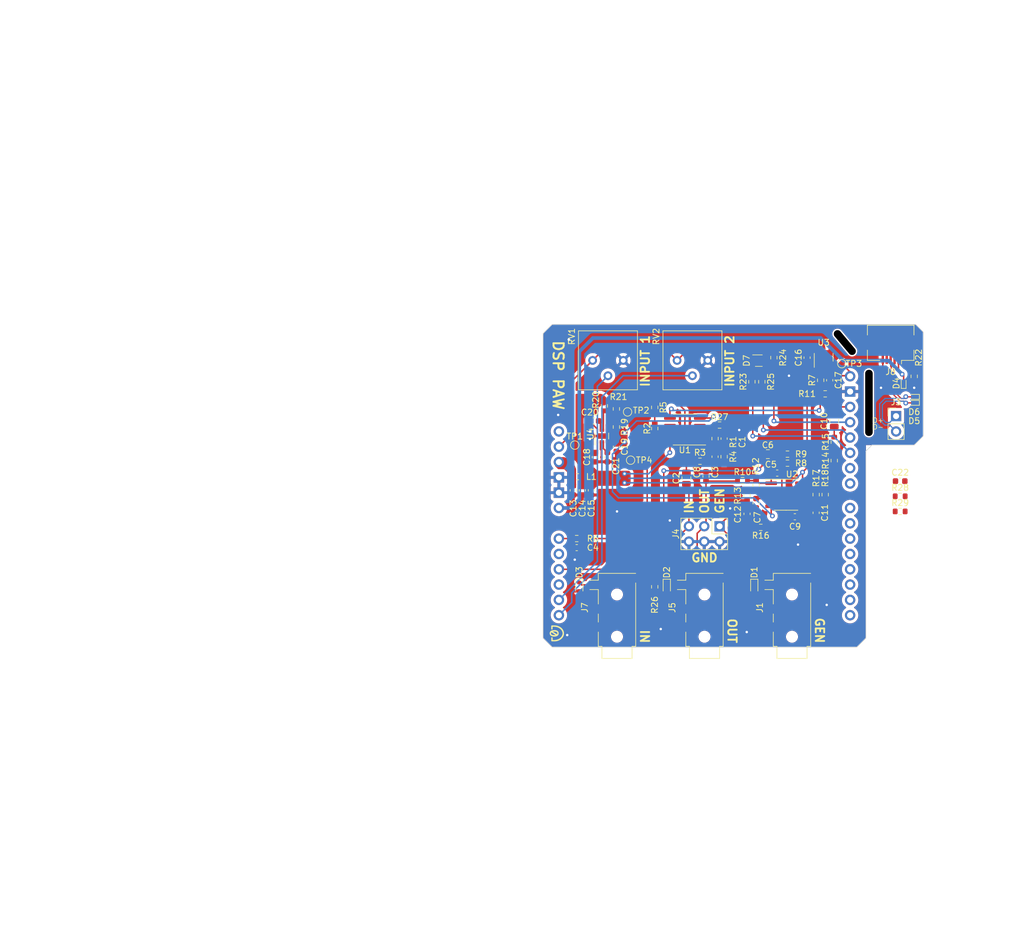
<source format=kicad_pcb>
(kicad_pcb (version 20221018) (generator pcbnew)
  (title_block (title "DSP PAW add-on board") (date "2023-08-19") (company "bitgloo") (comment 1 "Released under the CERN Open Hardware Licence Version 2 - Strongly Reciprocal"))
  (layers (0 "F.Cu" signal) (31 "B.Cu" signal) (34 "B.Paste" user) (35 "F.Paste" user) (36 "B.SilkS" user "B.Silkscreen") (37 "F.SilkS" user "F.Silkscreen") (38 "B.Mask" user) (39 "F.Mask" user) (44 "Edge.Cuts" user))
  (net 0 "")
  (net 1 "Net-(U1A--)")
  (net 2 "Net-(C1-Pad2)")
  (net 3 "SIGNAL_IN")
  (net 4 "Net-(C2-Pad2)")
  (net 5 "Net-(C3-Pad1)")
  (net 6 "GND")
  (net 7 "SIGNAL_IN_MCU")
  (net 8 "Net-(C5-Pad1)")
  (net 9 "SIGNAL_OUT_MCU")
  (net 10 "VBUS")
  (net 11 "+5V")
  (net 12 "-5V")
  (net 13 "Net-(C6-Pad1)")
  (net 14 "Net-(C9-Pad1)")
  (net 15 "Net-(C10-Pad1)")
  (net 16 "VDDA")
  (net 17 "Net-(U2A-+)")
  (net 18 "Net-(U4-C+)")
  (net 19 "SIGNAL_OUT")
  (net 20 "Net-(U4-C-)")
  (net 21 "Net-(U2B-+)")
  (net 22 "GENERATOR_MCU")
  (net 23 "GENERATOR")
  (net 24 "USB_D_P")
  (net 25 "USB_D_N")
  (net 26 "Net-(U4-CPOUT)")
  (net 27 "VCC")
  (net 28 "Net-(D7-RK)")
  (net 29 "Net-(D7-GK)")
  (net 30 "LED_B")
  (net 31 "LED_G")
  (net 32 "LED_R")
  (net 33 "PC1{slash}POT2")
  (net 34 "PC0{slash}POT1")
  (net 36 "Net-(J8-Shield)")
  (net 37 "Net-(U1B--)")
  (net 39 "Net-(U2A--)")
  (net 40 "VDDA{slash}2")
  (net 41 "Net-(D7-BK)")
  (net 42 "Net-(C5-Pad2)")
  (net 43 "Net-(C9-Pad2)")
  (net 44 "Net-(U4-VFB)")
  (net 45 "Net-(U2B--)")
  (net 46 "Net-(U4-EN)")
  (net 60 "Net-(J7-PadS)")
  (net 61 "Net-(C22-Pad2)")
  (net 62 "Net-(U1A-+)")
  (footprint "Package_TO_SOT_SMD:SOT-23" (layer "F.Cu") (at 166.5 76.9375 90)
    (fp_text reference "U3")
    (fp_text value "MAX6106")
  )
  (footprint "Resistor_SMD:R_0603_1608Metric" (layer "F.Cu") (at 138.5 115 90)
    (fp_text reference "R26")
    (fp_text value "0")
  )
  (footprint "Resistor_SMD:R_0603_1608Metric" (layer "F.Cu") (at 168.25 94.075 90)
    (fp_text reference "R14")
    (fp_text value "22.1k/0.1%")
  )
  (footprint "Resistor_SMD:R_0603_1608Metric" (layer "F.Cu") (at 132.15 85.5 90)
    (fp_text reference "R21")
    (fp_text value "56k/1%")
  )
  (footprint "Resistor_SMD:R_0603_1608Metric" (layer "F.Cu") (at 146 94.175)
    (fp_text reference "R3")
    (fp_text value "9.09k/0.1%")
  )
  (footprint "Capacitor_SMD:C_0603_1608Metric" (layer "F.Cu") (at 132.15 91.775 -90)
    (fp_text reference "C19")
    (fp_text value "2.2u")
  )
  (footprint "Resistor_SMD:R_0603_1608Metric" (layer "F.Cu") (at 160.5 94.5)
    (fp_text reference "R8")
    (fp_text value "22.1k/0.1%")
  )
  (footprint "Potentiometer_THT:Potentiometer_Bourns_3386P_Vertical" (layer "F.Cu") (at 128.21 77.46 -90)
    (fp_text reference "RV1")
    (fp_text value "10K")
  )
  (footprint "Capacitor_SMD:C_0603_1608Metric" (layer "F.Cu") (at 165.25 102.725 -90)
    (fp_text reference "C11")
    (fp_text value "100p")
  )
  (footprint "Package_SO:SOIC-8_3.9x4.9mm_P1.27mm" (layer "F.Cu") (at 143.5 88.925 180)
    (fp_text reference "U1")
    (fp_text value "TLV9162")
  )
  (footprint "Capacitor_SMD:C_0603_1608Metric" (layer "F.Cu") (at 155.3 101.14 -90)
    (fp_text reference "C7")
    (fp_text value "100p")
  )
  (footprint "Resistor_SMD:R_0603_1608Metric" (layer "F.Cu") (at 153.05 97.39)
    (fp_text reference "R10")
    (fp_text value "0")
  )
  (footprint "Capacitor_SMD:C_0603_1608Metric" (layer "F.Cu") (at 150 90.425 -90)
    (fp_text reference "C1")
    (fp_text value "100p")
  )
  (footprint "Diode_SMD:D_SOD-523" (layer "F.Cu") (at 126 115 -90)
    (fp_text reference "D3")
    (fp_text value "ESD5Z2.5T1G")
  )
  (footprint "Capacitor_SMD:C_0603_1608Metric" (layer "F.Cu") (at 153.8 102.9 -90)
    (fp_text reference "C12")
    (fp_text value "DNP")
  )
  (footprint "Resistor_SMD:R_0603_1608Metric" (layer "F.Cu") (at 155.3 98.14 -90)
    (fp_text reference "R12")
    (fp_text value "2.49k/0.1%")
  )
  (footprint "Diode_SMD:D_SOD-523" (layer "F.Cu") (at 140.5 115 -90)
    (fp_text reference "D2")
    (fp_text value "ESD5Z2.5T1G")
  )
  (footprint "TestPoint:TestPoint_Pad_D1.0mm" (layer "F.Cu") (at 134.5 94)
    (fp_text reference "TP4")
    (fp_text value "TestPoint")
  )
  (footprint "Connector_PinHeader_2.54mm:PinHeader_2x03_P2.54mm_Vertical" (layer "F.Cu") (at 149.25 104.96 -90)
    (fp_text reference "J4")
    (fp_text value "Conn_02x03_Odd_Even")
  )
  (footprint "Resistor_SMD:R_0603_1608Metric" (layer "F.Cu") (at 165.25 99.715 -90)
    (fp_text reference "R17")
    (fp_text value "2.49k/0.1%")
  )
  (footprint "Capacitor_SMD:C_0603_1608Metric" (layer "F.Cu") (at 130.65 93.5 -90)
    (fp_text reference "C21")
    (fp_text value "4.7u")
  )
  (footprint "Connector_USB:USB_Micro-B_Amphenol_10104110_Horizontal" (layer "F.Cu") (at 177.6 75.8 180)
    (fp_text reference "J8")
    (fp_text value "USB_B_Micro")
  )
  (footprint "Capacitor_SMD:C_0603_1608Metric" (layer "F.Cu") (at 125 99 -90)
    (fp_text reference "C13")
    (fp_text value "10n")
  )
  (footprint "Capacitor_SMD:C_0603_1608Metric" (layer "F.Cu") (at 147 96.7 -90)
    (fp_text reference "C8")
    (fp_text value "DNP")
  )
  (footprint "Resistor_SMD:R_0603_1608Metric" (layer "F.Cu") (at 166.75 83 180)
    (fp_text reference "R11")
    (fp_text value "10k/0.1%")
  )
  (footprint "Capacitor_SMD:C_0603_1608Metric" (layer "F.Cu") (at 128.425 87.5)
    (fp_text reference "C20")
    (fp_text value "1u")
  )
  (footprint "TestPoint:TestPoint_Pad_D1.0mm" (layer "F.Cu") (at 125.25 91.5)
    (fp_text reference "TP1")
    (fp_text value "TestPoint")
  )
  (footprint "Capacitor_SMD:C_0603_1608Metric" (layer "F.Cu") (at 163.75 77 90)
    (fp_text reference "C16")
    (fp_text value "4.7u")
  )
  (footprint "Capacitor_SMD:C_0805_2012Metric" (layer "F.Cu") (at 143.75 97 90)
    (fp_text reference "C2")
    (fp_text value "10u")
  )
  (footprint "Resistor_SMD:R_0603_1608Metric" (layer "F.Cu") (at 154.605 81 90)
    (fp_text reference "R23")
    (fp_text value "560")
  )
  (footprint "Inductor_SMD:L_0603_1608Metric" (layer "F.Cu") (at 125.75 96.75)
    (fp_text reference "L1")
    (fp_text value "33@100MHz")
  )
  (footprint "Potentiometer_THT:Potentiometer_Bourns_3386P_Vertical" (layer "F.Cu") (at 142.21 77.46 -90)
    (fp_text reference "RV2")
    (fp_text value "10K")
  )
  (footprint "Resistor_SMD:R_0603_1608Metric" (layer "F.Cu") (at 156.075 105.14)
    (fp_text reference "R16")
    (fp_text value "0")
  )
  (footprint "Resistor_SMD:R_0603_1608Metric" (layer "F.Cu") (at 160.5 93 180)
    (fp_text reference "R9")
    (fp_text value "6.81k/0.1%")
  )
  (footprint "Resistor_SMD:R_0603_1608Metric" (layer "F.Cu") (at 150 93.425 90)
    (fp_text reference "R4")
    (fp_text value "6.34k/0.1%")
  )
  (footprint "Package_SO:SOIC-8_3.9x4.9mm_P1.27mm" (layer "F.Cu") (at 160.275 99.735)
    (fp_text reference "U2")
    (fp_text value "OPA1678")
  )
  (footprint "Package_SON:WSON-8-1EP_2x2mm_P0.5mm_EP0.9x1.6mm" (layer "F.Cu") (at 129.75 90 90)
    (fp_text reference "U4")
    (fp_text value "LM27761")
  )
  (footprint "MountingHole:MountingHole_2.1mm" (layer "F.Cu") (at 170 74.5 40)
    (fp_text reference "REF**" hide)
    (fp_text value "MountingHole_2.1mm")
  )
  (footprint "Resistor_SMD:R_0603_1608Metric" (layer "F.Cu") (at 130.15 85 -90)
    (fp_text reference "R20")
    (fp_text value "0")
  )
  (footprint "Capacitor_SMD:C_0603_1608Metric" (layer "F.Cu") (at 125.575 108.5)
    (fp_text reference "C4")
    (fp_text value "DNP")
  )
  (footprint "Capacitor_SMD:C_0603_1608Metric" (layer "F.Cu") (at 161.725 103.39)
    (fp_text reference "C9")
    (fp_text value "105p")
  )
  (footprint "Diode_SMD:D_SOD-523" (layer "F.Cu") (at 155 115 -90)
    (fp_text reference "D1")
    (fp_text value "ESD5Z2.5T1G")
  )
  (footprint "Resistor_SMD:R_0603_1608Metric" (layer "F.Cu") (at 148.5 90.425 -90)
    (fp_text reference "R1")
    (fp_text value "7.5k/0.1%")
  )
  (footprint "Capacitor_SMD:C_0603_1608Metric" (layer "F.Cu") (at 167.5 80.75 -90)
    (fp_text reference "C17")
    (fp_text value "1u")
  )
  (footprint "LED_SMD:LED_LiteOn_LTST-C19HE1WT" (layer "F.Cu") (at 155.525 77.5 90)
    (fp_text reference "D7")
    (fp_text value "LED_RAGB")
  )
  (footprint "Capacitor_SMD:C_0603_1608Metric" (layer "F.Cu") (at 128 99 -90)
    (fp_text reference "C15")
    (fp_text value "4.7u")
  )
  (footprint "Resistor_SMD:R_0603_1608Metric" (layer "F.Cu") (at 138.5 88.75 -90)
    (fp_text reference "R2")
    (fp_text value "10k/0.1%")
  )
  (footprint "Capacitor_SMD:C_0805_2012Metric" (layer "F.Cu") (at 157.25 93 180)
    (fp_text reference "C6")
    (fp_text value "10u")
  )
  (footprint "TestPoint:TestPoint_Pad_D1.0mm" (layer "F.Cu") (at 134 86)
    (fp_text reference "TP2")
    (fp_text value "TestPoint")
  )
  (footprint "Connector_PinHeader_2.54mm:PinHeader_1x02_P2.54mm_Vertical" (layer "F.Cu") (at 178.499766 86.699898)
    (fp_text reference "J3")
    (fp_text value "Conn_01x02")
  )
  (footprint "Capacitor_SMD:C_0805_2012Metric" (layer "F.Cu") (at 168.25 87.5 90)
    (fp_text reference "C10")
    (fp_text value "10u")
  )
  (footprint "Capacitor_SMD:C_0603_1608Metric" (layer "F.Cu") (at 158.8 96.14)
    (fp_text reference "C5")
    (fp_text value "105p")
  )
  (footprint "Resistor_SMD:R_0603_1608Metric" (layer "F.Cu") (at 132.15 88.5 90)
    (fp_text reference "R19")
    (fp_text value "174k/1%")
  )
  (footprint "MountingHole:MountingHole_2.1mm" (layer "F.Cu") (at 174 84.5)
    (fp_text reference "REF**" hide)
    (fp_text value "MountingHole_2.1mm")
  )
  (footprint "TestPoint:TestPoint_Pad_D1.0mm" (layer "F.Cu") (at 169.5 78)
    (fp_text reference "TP3")
    (fp_text value "TestPoint")
  )
  (footprint "Resistor_SMD:R_0603_1608Metric" (layer "F.Cu") (at 179.175 99.99)
    (fp_text reference "R28")
    (fp_text value "100k")
  )
  (footprint "Capacitor_SMD:C_0603_1608Metric" (layer "F.Cu") (at 126.5 99 -90)
    (fp_text reference "C14")
    (fp_text value "100n")
  )
  (footprint "Connector_Audio:Jack_3.5mm_PJ320D_Horizontal" (layer "F.Cu") (at 146.75 118.5 90)
    (fp_text reference "J5")
    (fp_text value "AudioJack2_Ground")
  )
  (footprint "Connector_Audio:Jack_3.5mm_PJ320D_Horizontal" (layer "F.Cu") (at 132.25 118.5 90)
    (fp_text reference "J7")
    (fp_text value "AudioJack2_Ground")
  )
  (footprint "Resistor_SMD:R_0603_1608Metric" (layer "F.Cu") (at 166.75 99.715 90)
    (fp_text reference "R18")
    (fp_text value "2.49k/0.1%")
  )
  (footprint "Resistor_SMD:R_0603_1608Metric" (layer "F.Cu") (at 149.25 88.175 180)
    (fp_text reference "R27")
    (fp_text value "0")
  )
  (footprint "PCM_arduino-library:Arduino_Uno_R2_Shield" (layer "F.Cu") (at 120.08 56.21 -90)
    (fp_text reference "A2" hide)
    (fp_text value "Arduino_Uno_R1_Shield")
  )
  (footprint "Connector_Audio:Jack_3.5mm_PJ320D_Horizontal" (layer "F.Cu") (at 161.25 118.5 90)
    (fp_text reference "J1")
    (fp_text value "AudioJack2_Ground")
  )
  (footprint "Resistor_SMD:R_0603_1608Metric" (layer "F.Cu") (at 153.8 99.89 -90)
    (fp_text reference "R13")
    (fp_text value "2.49k/0.1%")
  )
  (footprint "Capacitor_SMD:C_0603_1608Metric" (layer "F.Cu") (at 179.175 97.48)
    (fp_text reference "C22")
    (fp_text value "100p")
  )
  (footprint "Resistor_SMD:R_0603_1608Metric" (layer "F.Cu") (at 125.575 107 180)
    (fp_text reference "R6")
    (fp_text value "0")
  )
  (footprint "Capacitor_SMD:C_0603_1608Metric" (layer "F.Cu") (at 148.5 93.425 90)
    (fp_text reference "C3")
    (fp_text value "274p")
  )
  (footprint "Resistor_SMD:R_0603_1608Metric" (layer "F.Cu") (at 158.25 77 90)
    (fp_text reference "R24")
    (fp_text value "240")
  )
  (footprint "Resistor_SMD:R_0603_1608Metric" (layer "F.Cu") (at 181.5 80.1 -90)
    (fp_text reference "R22")
    (fp_text value "0")
  )
  (footprint "Diode_SMD:D_SOD-923" (layer "F.Cu") (at 181.5 83.5 180)
    (fp_text reference "D6")
    (fp_text value "DF2B7AFS,L3M")
  )
  (footprint "Resistor_SMD:R_0603_1608Metric" (layer "F.Cu") (at 156.25 81 90)
    (fp_text reference "R25")
    (fp_text value "240")
  )
  (footprint "Resistor_SMD:R_0603_1608Metric" (layer "F.Cu") (at 138.5 85.25 -90)
    (fp_text reference "R5")
    (fp_text value "10k/0.1%")
  )
  (footprint "Diode_SMD:D_SOD-923" (layer "F.Cu") (at 181.5 84.5 180)
    (fp_text reference "D5")
    (fp_text value "DF2B7AFS,L3M")
  )
  (footprint "Resistor_SMD:R_0603_1608Metric" (layer "F.Cu") (at 168.25 91 90)
    (fp_text reference "R15")
    (fp_text value "6.81k/0.1%")
  )
  (footprint "Resistor_SMD:R_0603_1608Metric" (layer "F.Cu") (at 179.175 102.5)
    (fp_text reference "R29")
    (fp_text value "100k")
  )
  (footprint "Capacitor_SMD:C_0603_1608Metric" (layer "F.Cu") (at 128.65 93.5 -90)
    (fp_text reference "C18")
    (fp_text value "4.7u")
  )
  (footprint "Resistor_SMD:R_0603_1608Metric" (layer "F.Cu") (at 166 80.75 90)
    (fp_text reference "R7")
    (fp_text value "30k/0.1%")
  )
  (footprint "Diode_SMD:D_SOD-923" (layer "F.Cu") (at 179.75 81.25 90)
    (fp_text reference "D4")
    (fp_text value "DF2B7AFS,L3M")
  )
  (gr_poly (pts (xy 122.58834 122.690598) (xy 122.586661 122.729499) (xy 122.584795 122.762173) (xy 122.583638 122.777289) (xy 122.582318 122.791655) (xy 122.580824 122.805318) (xy 122.579145 122.818325) (xy 122.577273 122.830725) (xy 122.575196 122.842565) (xy 122.572904 122.853892) (xy 122.570387 122.864754) (xy 122.567634 122.875199) (xy 122.564635 122.885273) (xy 122.561379 122.895025) (xy 122.557857 122.904502) (xy 122.554059 122.913752) (xy 122.549972 122.922822) (xy 122.530921 122.959319) (xy 122.509215 122.993672) (xy 122.484848 123.025888) (xy 122.457809 123.055973) (xy 122.428092 123.083933) (xy 122.395687 123.109775) (xy 122.360587 123.133504) (xy 122.322783 123.155126) (xy 122.282268 123.174648) (xy 122.239032 123.192077) (xy 122.193067 123.207417) (xy 122.144366 123.220676) (xy 122.09292 123.23186) (xy 122.03872 123.240975) (xy 121.981759 123.248027) (xy 121.922028 123.253022) (xy 121.894415 123.254237) (xy 121.864839 123.254742) (xy 121.833816 123.254584) (xy 121.801863 123.253816) (xy 121.769496 123.252484) (xy 121.737233 123.250641) (xy 121.70559 123.248334) (xy 121.675083 123.245613) (xy 121.646231 123.242529) (xy 121.619549 123.239131) (xy 121.595553 123.235468) (xy 121.574762 123.231591) (xy 121.557692 123.227547) (xy 121.544859 123.223388) (xy 121.540193 123.221281) (xy 121.53678 123.219163) (xy 121.534685 123.217041) (xy 121.533972 123.214922) (xy 121.533903 123.21438) (xy 121.533696 123.213816) (xy 121.532886 123.212623) (xy 121.531572 123.211356) (xy 121.529783 123.210027) (xy 121.527547 123.208648) (xy 121.524894 123.207232) (xy 121.521852 123.205792) (xy 121.51845 123.204339) (xy 121.514718 123.202885) (xy 121.510684 123.201445) (xy 121.506376 123.200029) (xy 121.501825 123.19865) (xy 121.49706 123.197321) (xy 121.492108 123.196054) (xy 121.486998 123.194861) (xy 121.481761 123.193755) (xy 121.467889 123.190872) (xy 121.453335 123.187025) (xy 121.43821 123.182277) (xy 121.422627 123.17669) (xy 121.406696 123.170325) (xy 121.39053 123.163245) (xy 121.374239 123.155513) (xy 121.357936 123.147188) (xy 121.341733 123.138335) (xy 121.32574 123.129015) (xy 121.31007 123.119289) (xy 121.294833 123.109221) (xy 121.280143 123.098871) (xy 121.266109 123.088302) (xy 121.252845 123.077576) (xy 121.240461 123.066755) (xy 121.222887 123.049861) (xy 121.206414 123.032027) (xy 121.191042 123.013315) (xy 121.176774 122.993785) (xy 121.163609 122.973499) (xy 121.151549 122.952517) (xy 121.140595 122.930901) (xy 121.130747 122.908711) (xy 121.122008 122.886008) (xy 121.114378 122.862854) (xy 121.107857 122.839309) (xy 121.102448 122.815434) (xy 121.098151 122.791291) (xy 121.094967 122.76694) (xy 121.092897 122.742442) (xy 121.091942 122.717858) (xy 121.092103 122.693249) (xy 121.093382 122.668677) (xy 121.095779 122.644202) (xy 121.099295 122.619885) (xy 121.103932 122.595787) (xy 121.10969 122.571969) (xy 121.11657 122.548492) (xy 121.124574 122.525418) (xy 121.133702 122.502806) (xy 121.143956 122.480718) (xy 121.155336 122.459215) (xy 121.167844 122.438359) (xy 121.181481 122.418209) (xy 121.196247 122.398827) (xy 121.212144 122.380274) (xy 121.229172 122.362611) (xy 121.252806 122.34114) (xy 121.277748 122.321154) (xy 121.304117 122.302614) (xy 121.332029 122.285485) (xy 121.361604 122.269727) (xy 121.371695 122.265086) (xy 121.371695 122.5517) (xy 121.347706 122.581333) (xy 121.344878 122.585069) (xy 121.342216 122.589376) (xy 121.337393 122.599578) (xy 121.333238 122.611681) (xy 121.329758 122.62543) (xy 121.326956 122.640568) (xy 121.324836 122.656838) (xy 121.323402 122.673985) (xy 121.322658 122.691752) (xy 121.32261 122.709883) (xy 121.323259 122.728122) (xy 121.324612 122.746211) (xy 121.326671 122.763895) (xy 121.329442 122.780918) (xy 121.332928 122.797024) (xy 121.337133 122.811955) (xy 121.342061 122.825455) (xy 121.344387 122.830359) (xy 121.34711 122.835512) (xy 121.350197 122.840868) (xy 121.353615 122.846379) (xy 121.35733 122.851998) (xy 121.36131 122.857676) (xy 121.365521 122.863367) (xy 121.369931 122.869023) (xy 121.374506 122.874596) (xy 121.379213 122.880039) (xy 121.38402 122.885304) (xy 121.388893 122.890344) (xy 121.393798 122.895111) (xy 121.398704 122.899558) (xy 121.403577 122.903636) (xy 121.408384 122.907299) (xy 121.425024 122.919182) (xy 121.44176 122.929993) (xy 121.458818 122.939788) (xy 121.476425 122.948619) (xy 121.494811 122.95654) (xy 121.5142 122.963606) (xy 121.534822 122.96987) (xy 121.556903 122.975386) (xy 121.580671 122.980207) (xy 121.606352 122.984387) (xy 121.634176 122.98798) (xy 121.664368 122.99104) (xy 121.732768 122.995775) (xy 121.813372 122.999022) (xy 121.858966 123.000342) (xy 121.901104 123.001116) (xy 121.939107 123.001329) (xy 121.972299 123.000962) (xy 122 123) (xy 122.01158 122.999291) (xy 122.021533 122.998427) (xy 122.029775 122.997405) (xy 122.03622 122.996224) (xy 122.040785 122.994883) (xy 122.042335 122.994151) (xy 122.043384 122.993377) (xy 122.043786 122.992357) (xy 122.043412 122.990888) (xy 122.040368 122.986625) (xy 122.034324 122.980634) (xy 122.025348 122.97296) (xy 121.998884 122.952747) (xy 121.961539 122.92635) (xy 121.913876 122.894131) (xy 121.856455 122.856455) (xy 121.714595 122.766188) (xy 121.371695 122.5517) (xy 121.371695 122.265086) (xy 121.392958 122.255306) (xy 121.426209 122.242182) (xy 121.461477 122.230319) (xy 121.498877 122.21968) (xy 121.538528 122.210227) (xy 121.580548 122.201924) (xy 121.625055 122.194733) (xy 121.672166 122.188616) (xy 121.722 122.183537) (xy 121.774674 122.179459) (xy 121.830306 122.176344) (xy 121.844899 122.17568) (xy 121.844899 122.415695) (xy 121.781799 122.416762) (xy 121.724056 122.419615) (xy 121.69875 122.421664) (xy 121.676649 122.424104) (xy 121.658376 122.426916) (xy 121.644554 122.430082) (xy 121.639507 122.431792) (xy 121.635805 122.433583) (xy 121.633527 122.435453) (xy 121.63275 122.4374) (xy 121.64014 122.44403) (xy 121.661041 122.458891) (xy 121.735783 122.508528) (xy 121.963832 122.654005) (xy 122.195321 122.797365) (xy 122.274362 122.844356) (xy 122.298058 122.857498) (xy 122.308673 122.862144) (xy 122.309478 122.862111) (xy 122.310307 122.862014) (xy 122.311157 122.861853) (xy 122.312027 122.861631) (xy 122.313816 122.861009) (xy 122.315662 122.86016) (xy 122.317549 122.859095) (xy 122.319462 122.857828) (xy 122.321389 122.856371) (xy 122.323313 122.854736) (xy 122.32522 122.852935) (xy 122.327097 122.850982) (xy 122.328928 122.848888) (xy 122.330699 122.846666) (xy 122.332396 122.844328) (xy 122.334004 122.841887) (xy 122.335508 122.839355) (xy 122.336895 122.836744) (xy 122.341424 122.827001) (xy 122.34548 122.815886) (xy 122.349052 122.80358) (xy 122.35213 122.790266) (xy 122.354704 122.776124) (xy 122.356763 122.761338) (xy 122.358297 122.746088) (xy 122.359296 122.730558) (xy 122.359749 122.714928) (xy 122.359646 122.699381) (xy 122.358977 122.684099) (xy 122.357731 122.669263) (xy 122.355897 122.655055) (xy 122.353467 122.641658) (xy 122.350429 122.629253) (xy 122.346772 122.618022) (xy 122.338491 122.59779) (xy 122.328938 122.578866) (xy 122.318033 122.561204) (xy 122.305696 122.544754) (xy 122.291845 122.529471) (xy 122.276401 122.515306) (xy 122.259283 122.502211) (xy 122.24041 122.49014) (xy 122.219701 122.479044) (xy 122.197076 122.468877) (xy 122.172454 122.45959) (xy 122.145755 122.451136) (xy 122.116898 122.443467) (xy 122.085802 122.436537) (xy 122.052387 122.430297) (xy 122.016572 122.4247) (xy 121.993426 122.421819) (xy 121.967263 122.419515) (xy 121.938707 122.41777) (xy 121.90838 122.416564) (xy 121.844899 122.415695) (xy 121.844899 122.17568) (xy 121.887921 122.173723) (xy 121.935367 122.172309) (xy 121.956026 122.172101) (xy 121.975041 122.172251) (xy 121.992713 122.172777) (xy 122.00934 122.173698) (xy 122.025224 122.175032) (xy 122.040663 122.176799) (xy 122.055958 122.179016) (xy 122.071407 122.181702) (xy 122.087312 122.184876) (xy 122.10397 122.188556) (xy 122.14075 122.197511) (xy 122.182291 122.208984) (xy 122.221261 122.221229) (xy 122.257766 122.234327) (xy 122.291915 122.248355) (xy 122.323816 122.263391) (xy 122.353574 122.279515) (xy 122.381299 122.296805) (xy 122.394432 122.305911) (xy 122.407097 122.315338) (xy 122.419308 122.325097) (xy 122.431077 122.335195) (xy 122.442418 122.345644) (xy 122.453344 122.356454) (xy 122.46387 122.367633) (xy 122.474008 122.379192) (xy 122.483772 122.391141) (xy 122.493175 122.403489) (xy 122.510953 122.429423) (xy 122.52745 122.457072) (xy 122.542772 122.486516) (xy 122.557028 122.517833) (xy 122.567851 122.543307) (xy 122.572298 122.55482) (xy 122.576144 122.565789) (xy 122.579419 122.576419) (xy 122.582155 122.586914) (xy 122.584382 122.59748) (xy 122.586132 122.60832) (xy 122.587435 122.619641) (xy 122.588323 122.631645) (xy 122.588826 122.644538) (xy 122.588976 122.658525)) (fill solid) (layer "F.SilkS"))
  (gr_poly (pts (xy 123.464232 122.781584) (xy 123.460911 122.843403) (xy 123.458393 122.872475) (xy 123.455308 122.899864) (xy 123.451656 122.925227) (xy 123.447439 122.948222) (xy 123.425645 123.03358) (xy 123.397444 123.117004) (xy 123.363041 123.198278) (xy 123.322644 123.277187) (xy 123.276459 123.353517) (xy 123.224693 123.427051) (xy 123.167553 123.497577) (xy 123.105245 123.564877) (xy 123.037976 123.628738) (xy 122.965953 123.688945) (xy 122.889382 123.745282) (xy 122.80847 123.797534) (xy 122.723425 123.845487) (xy 122.634452 123.888926) (xy 122.541758 123.927635) (xy 122.44555 123.9614) (xy 122.365883 123.985466) (xy 122.288961 124.004968) (xy 122.250609 124.013111) (xy 122.21184 124.020236) (xy 122.172286 124.026387) (xy 122.131578 124.031602) (xy 122.089349 124.035925) (xy 122.04523 124.039397) (xy 121.949853 124.04395) (xy 121.842504 124.045592) (xy 121.720239 124.044655) (xy 121.418261 124.040422) (xy 121.384394 123.998089) (xy 121.373621 123.983718) (xy 121.369217 123.976651) (xy 121.365411 123.969117) (xy 121.362158 123.960706) (xy 121.359416 123.951009) (xy 121.357141 123.939618) (xy 121.35529 123.926122) (xy 121.35382 123.910112) (xy 121.352686 123.89118) (xy 121.351255 123.84291) (xy 121.350652 123.778038) (xy 121.350528 123.693289) (xy 121.350597 123.606985) (xy 121.35076 123.571876) (xy 121.351079 123.54155) (xy 121.351604 123.515573) (xy 121.351961 123.50408) (xy 121.352388 123.493512) (xy 121.352893 123.483813) (xy 121.353482 123.474931) (xy 121.354161 123.46681) (xy 121.354938 123.459397) (xy 121.355817 123.452637) (xy 121.356807 123.446476) (xy 121.357912 123.440859) (xy 121.359141 123.435733) (xy 121.360498 123.431043) (xy 121.361991 123.426735) (xy 121.363627 123.422755) (xy 121.365411 123.419048) (xy 121.36735 123.41556) (xy 121.36945 123.412237) (xy 121.371718 123.409024) (xy 121.374161 123.405868) (xy 121.376785 123.402714) (xy 121.379596 123.399508) (xy 121.385806 123.392722) (xy 121.390769 123.38762) (xy 121.395863 123.382897) (xy 121.401076 123.378553) (xy 121.406399 123.374584) (xy 121.411821 123.370991) (xy 121.417333 123.367771) (xy 121.422922 123.364925) (xy 121.42858 123.362449) (xy 121.434296 123.360344) (xy 121.440059 123.358607) (xy 121.44586 123.357237) (xy 121.451687 123.356234) (xy 121.457531 123.355596) (xy 121.463381 123.355321) (xy 121.469227 123.355408) (xy 121.475059 123.355857) (xy 121.480865 123.356665) (xy 121.486637 123.357831) (xy 121.492363 123.359354) (xy 121.498033 123.361234) (xy 121.503637 123.363467) (xy 121.509165 123.366054) (xy 121.514606 123.368993) (xy 121.51995 123.372283) (xy 121.525186 123.375922) (xy 121.530304 123.379909) (xy 121.535294 123.384242) (xy 121.540146 123.388921) (xy 121.544849 123.393945) (xy 121.549393 123.399311) (xy 121.553767 123.405018) (xy 121.557961 123.411066) (xy 121.567864 123.426663) (xy 121.571961 123.434212) (xy 121.575534 123.441912) (xy 121.57862 123.450001) (xy 121.581253 123.458716) (xy 121.583468 123.468295) (xy 121.585302 123.478976) (xy 121.586787 123.490996) (xy 121.587961 123.504594) (xy 121.589513 123.537471) (xy 121.590238 123.579509) (xy 121.590417 123.632611) (xy 121.590417 123.804766) (xy 121.699072 123.816055) (xy 121.755662 123.819923) (xy 121.814577 123.821005) (xy 121.875431 123.819391) (xy 121.937837 123.815173) (xy 122.001409 123.808442) (xy 122.06576 123.799287) (xy 122.130504 123.787801) (xy 122.195254 123.774075) (xy 122.259624 123.758198) (xy 122.323227 123.740263) (xy 122.385677 123.72036) (xy 122.446586 123.69858) (xy 122.50557 123.675015) (xy 122.56224 123.649754) (xy 122.61621 123.622889) (xy 122.667095 123.594511) (xy 122.721288 123.560562) (xy 122.773223 123.524402) (xy 122.822821 123.486133) (xy 122.870008 123.445859) (xy 122.914706 123.403684) (xy 122.956838 123.35971) (xy 122.996329 123.314041) (xy 123.033101 123.26678) (xy 123.067079 123.218031) (xy 123.098186 123.167898) (xy 123.126345 123.116482) (xy 123.15148 123.063889) (xy 123.173515 123.01022) (xy 123.192372 122.955581) (xy 123.207976 122.900072) (xy 123.22025 122.8438) (xy 123.227195 122.804672) (xy 123.229924 122.787893) (xy 123.232156 122.772605) (xy 123.233893 122.758532) (xy 123.235133 122.745399) (xy 123.235877 122.732933) (xy 123.236125 122.720857) (xy 123.235877 122.708896) (xy 123.235133 122.696777) (xy 123.233893 122.684223) (xy 123.232156 122.670961) (xy 123.229924 122.656714) (xy 123.227195 122.641209) (xy 123.22025 122.605322) (xy 123.207179 122.547798) (xy 123.19175 122.492133) (xy 123.173918 122.438265) (xy 123.153641 122.386137) (xy 123.130876 122.335686) (xy 123.105578 122.286854) (xy 123.077705 122.239581) (xy 123.047213 122.193807) (xy 123.014058 122.149471) (xy 122.978198 122.106513) (xy 122.939588 122.064875) (xy 122.898186 122.024495) (xy 122.853948 121.985314) (xy 122.80683 121.947273) (xy 122.75679 121.91031) (xy 122.703784 121.874366) (xy 122.663997 121.849611) (xy 122.623482 121.826149) (xy 122.582241 121.80398) (xy 122.540271 121.783107) (xy 122.497574 121.763532) (xy 122.454149 121.745258) (xy 122.409997 121.728286) (xy 122.365117 121.712618) (xy 122.319509 121.698256) (xy 122.273174 121.685203) (xy 122.226111 121.67346) (xy 122.178321 121.66303) (xy 122.129803 121.653915) (xy 122.080558 121.646116) (xy 122.030584 121.639636) (xy 121.979884 121.634477) (xy 121.916979 121.629257) (xy 121.854471 121.625261) (xy 121.794344 121.622521) (xy 121.738583 121.621072) (xy 121.689173 121.620945) (xy 121.648096 121.622174) (xy 121.631303 121.623308) (xy 121.617338 121.624792) (xy 121.606449 121.626633) (xy 121.598884 121.628833) (xy 121.595374 121.630462) (xy 121.592241 121.632804) (xy 121.589464 121.636011) (xy 121.587021 121.640232) (xy 121.584893 121.645619) (xy 121.583058 121.652323) (xy 121.581496 121.660494) (xy 121.580186 121.670284) (xy 121.57824 121.695323) (xy 121.577055 121.728647) (xy 121.576466 121.771463) (xy 121.576306 121.824977) (xy 121.576132 121.881441) (xy 121.575869 121.905137) (xy 121.575446 121.926114) (xy 121.574833 121.944603) (xy 121.573999 121.960833) (xy 121.572913 121.975032) (xy 121.572265 121.981443) (xy 121.571543 121.987432) (xy 121.570743 121.993028) (xy 121.56986 121.99826) (xy 121.56889 122.003157) (xy 121.567831 122.007747) (xy 121.566677 122.012059) (xy 121.565426 122.016121) (xy 121.564072 122.019963) (xy 121.562613 122.023613) (xy 121.561045 122.0271) (xy 121.559363 122.030452) (xy 121.557564 122.033698) (xy 121.555643 122.036867) (xy 121.553598 122.039988) (xy 121.551423 122.043088) (xy 121.546672 122.049344) (xy 121.542987 122.05371) (xy 121.539082 122.05781) (xy 121.534972 122.061645) (xy 121.530668 122.065214) (xy 121.526183 122.068516) (xy 121.52153 122.07155) (xy 121.516721 122.074318) (xy 121.511769 122.076817) (xy 121.506688 122.079047) (xy 121.501488 122.081008) (xy 121.496184 122.082699) (xy 121.490787 122.08412) (xy 121.485311 122.08527) (xy 121.479768 122.086149) (xy 121.474171 122.086756) (xy 121.468532 122.087091) (xy 121.462864 122.087153) (xy 121.45718 122.086942) (xy 121.451492 122.086456) (xy 121.445814 122.085697) (xy 121.440157 122.084662) (xy 121.434534 122.083352) (xy 121.428959 122.081766) (xy 121.423443 122.079903) (xy 121.417999 122.077764) (xy 121.412641 122.075347) (xy 121.40738 122.072652) (xy 121.402229 122.069678) (xy 121.397202 122.066426) (xy 121.39231 122.062894) (xy 121.387566 122.059081) (xy 121.382983 122.054988) (xy 121.372271 122.044416) (xy 121.367936 122.038878) (xy 121.36422 122.032587) (xy 121.361074 122.025106) (xy 121.358452 122.015996) (xy 121.356304 122.004818) (xy 121.354585 121.991136) (xy 121.352239 121.954502) (xy 121.351035 121.902588) (xy 121.350528 121.7389) (xy 121.350528 121.452444) (xy 121.387217 121.424222) (xy 121.400248 121.414846) (xy 121.407209 121.411007) (xy 121.414998 121.407685) (xy 121.42401 121.404843) (xy 121.434643 121.402443) (xy 121.447294 121.400449) (xy 121.462358 121.398822) (xy 121.501318 121.396523) (xy 121.554698 121.39525) (xy 121.717417 121.394588) (xy 121.834955 121.395308) (xy 121.936734 121.397697) (xy 121.982701 121.399627) (xy 122.025913 121.402104) (xy 122.066764 121.405173) (xy 122.105649 121.408876) (xy 122.142963 121.413257) (xy 122.179101 121.41836) (xy 122.214458 121.424227) (xy 122.249428 121.430903) (xy 122.284406 121.43843) (xy 122.319788 121.446852) (xy 122.393339 121.466555) (xy 122.460199 121.486779) (xy 122.492313 121.497431) (xy 122.523668 121.508492) (xy 122.554354 121.519999) (xy 122.584459 121.53199) (xy 122.614072 121.544502) (xy 122.643282 121.557572) (xy 122.672178 121.571237) (xy 122.700848 121.585535) (xy 122.729382 121.600502) (xy 122.757869 121.616177) (xy 122.786397 121.632596) (xy 122.815055 121.649796) (xy 122.873117 121.686688) (xy 122.927409 121.724603) (xy 122.979631 121.76471) (xy 123.0297 121.806889) (xy 123.07753 121.851017) (xy 123.123036 121.896972) (xy 123.166135 121.944632) (xy 123.20674 121.993876) (xy 123.244768 122.044581) (xy 123.280134 122.096626) (xy 123.312752 122.149888) (xy 123.342539 122.204246) (xy 123.369409 122.259578) (xy 123.393278 122.31576) (xy 123.41406 122.372673) (xy 123.431672 122.430193) (xy 123.446028 122.4882) (xy 123.450493 122.510698) (xy 123.454365 122.535632) (xy 123.457646 122.562657) (xy 123.460337 122.591431) (xy 123.463962 122.652853) (xy 123.465254 122.717152)) (fill solid) (layer "F.SilkS"))
  (gr_line (start 181.75 71.5) (end 183 72.75) (stroke (width 0.1)) (layer "Edge.Cuts"))
  (gr_line (start 181.75 71.5) (end 121.5 71.5) (stroke (width 0.1)) (layer "Edge.Cuts"))
  (gr_line (start 173.5 92.5) (end 174.5 91.5) (stroke (width 0.1)) (layer "Edge.Cuts"))
  (gr_line (start 120 123.5) (end 121.5 125) (stroke (width 0.1)) (layer "Edge.Cuts"))
  (gr_line (start 181.5 91.5) (end 174.5 91.5) (stroke (width 0.1)) (layer "Edge.Cuts"))
  (gr_line (start 120 73) (end 120 123.5) (stroke (width 0.1)) (layer "Edge.Cuts"))
  (gr_line (start 120 73) (end 121.5 71.5) (stroke (width 0.1)) (layer "Edge.Cuts"))
  (gr_line (start 183 90) (end 183 72.75) (stroke (width 0.1)) (layer "Edge.Cuts"))
  (gr_line (start 173.5 123.5) (end 172 125) (stroke (width 0.1)) (layer "Edge.Cuts"))
  (gr_line (start 121.5 125) (end 172 125) (stroke (width 0.1)) (layer "Edge.Cuts"))
  (gr_line (start 183 90) (end 181.5 91.5) (stroke (width 0.1)) (layer "Edge.Cuts"))
  (gr_line (start 173.5 123.5) (end 173.5 92.5) (stroke (width 0.1)) (layer "Edge.Cuts"))
  (gr_text "OUT" (at 146.75 103 90) (layer "F.SilkS") (effects (font (size 1.4 1.4) (thickness 0.3) bold) (justify left)))
  (gr_text "OUT" (at 150.5 124.5 270) (layer "F.SilkS") (effects (font (size 1.4 1.4) (thickness 0.3) bold) (justify right bottom)))
  (gr_text "IN" (at 136 124.5 270) (layer "F.SilkS") (effects (font (size 1.4 1.4) (thickness 0.3) bold) (justify right bottom)))
  (gr_text "INPUT 1" (at 137.75 82 90) (layer "F.SilkS") (effects (font (size 1.4 1.4) (thickness 0.3) bold) (justify left bottom)))
  (gr_text "GEN" (at 149.29 103 90) (layer "F.SilkS") (effects (font (size 1.4 1.4) (thickness 0.3) bold) (justify left)))
  (gr_text "D+" (at 176.5 87.4) (layer "F.SilkS") (effects (font (size 0.8 0.8) (thickness 0.1) bold) (justify right)))
  (gr_text "D-" (at 176.5 88.5) (layer "F.SilkS") (effects (font (size 0.8 0.8) (thickness 0.1) bold) (justify right)))
  (gr_text "INPUT 2" (at 151.75 82 90) (layer "F.SilkS") (effects (font (size 1.4 1.4) (thickness 0.3) bold) (justify left bottom)))
  (gr_text "GND" (at 146.75 111) (layer "F.SilkS") (effects (font (size 1.4 1.4) (thickness 0.3) bold) (justify bottom)))
  (gr_text "GEN" (at 165 124.5 270) (layer "F.SilkS") (effects (font (size 1.4 1.4) (thickness 0.3) bold) (justify right bottom)))
  (gr_text "DSP PAW" (at 121.5 74 270) (layer "F.SilkS") (effects (font (size 1.7 1.7) (thickness 0.32) bold) (justify left bottom)))
  (gr_text "IN" (at 144.21 103 90) (layer "F.SilkS") (effects (font (size 1.4 1.4) (thickness 0.3) bold) (justify left)))
  (segment (start 149.95 89.6) (end 150 89.65) (width 0.25) (layer "F.Cu") (net 1))
  (segment (start 151 92.25) (end 150.65 92.6) (width 0.25) (layer "F.Cu") (net 1))
  (segment (start 148.5 89.6) (end 149.95 89.6) (width 0.25) (layer "F.Cu") (net 1))
  (segment (start 150 89.65) (end 150.65 89.65) (width 0.25) (layer "F.Cu") (net 1))
  (segment (start 150.65 89.65) (end 151 90) (width 0.25) (layer "F.Cu") (net 1))
  (segment (start 150.65 92.6) (end 150 92.6) (width 0.25) (layer "F.Cu") (net 1))
  (segment (start 151 90) (end 151 92.25) (width 0.25) (layer "F.Cu") (net 1))
  (segment (start 148.46 89.56) (end 148.5 89.6) (width 0.25) (layer "F.Cu") (net 1))
  (segment (start 145.975 89.56) (end 148.46 89.56) (width 0.25) (layer "F.Cu") (net 1))
  (segment (start 150 91.2) (end 148.55 91.2) (width 0.25) (layer "F.Cu") (net 2))
  (segment (start 143.5 85.75) (end 143.5 90) (width 0.25) (layer "F.Cu") (net 2))
  (segment (start 145.975 90.83) (end 148.08 90.83) (width 0.25) (layer "F.Cu") (net 2))
  (segment (start 144.33 90.83) (end 145.975 90.83) (width 0.25) (layer "F.Cu") (net 2))
  (segment (start 148.55 91.2) (end 148.5 91.25) (width 0.25) (layer "F.Cu") (net 2))
  (segment (start 142.175 84.425) (end 143.5 85.75) (width 0.25) (layer "F.Cu") (net 2))
  (segment (start 138.5 84.425) (end 142.175 84.425) (width 0.25) (layer "F.Cu") (net 2))
  (segment (start 148.08 90.83) (end 148.5 91.25) (width 0.25) (layer "F.Cu") (net 2))
  (segment (start 143.5 90) (end 144.33 90.83) (width 0.25) (layer "F.Cu") (net 2))
  (segment (start 129 114.675) (end 126.375 114.675) (width 0.25) (layer "F.Cu") (net 3))
  (segment (start 129 114.675) (end 130.825 114.675) (width 0.25) (layer "F.Cu") (net 3))
  (segment (start 143.75 97.95) (end 144.17 98.37) (width 0.25) (layer "F.Cu") (net 3))
  (segment (start 144.17 98.37) (end 144.17 104.96) (width 0.25) (layer "F.Cu") (net 3))
  (segment (start 126.375 114.675) (end 126 114.3) (width 0.25) (layer "F.Cu") (net 3))
  (segment (start 130.825 114.675) (end 139.5 106) (width 0.25) (layer "F.Cu") (net 3))
  (segment (start 139.5 106) (end 143.13 106) (width 0.25) (layer "F.Cu") (net 3))
  (segment (start 143.13 106) (end 144.17 104.96) (width 0.25) (layer "F.Cu") (net 3))
  (segment (start 143.75 95) (end 144.575 94.175) (width 0.25) (layer "F.Cu") (net 4))
  (segment (start 144.575 94.175) (end 145.175 94.175) (width 0.25) (layer "F.Cu") (net 4))
  (segment (start 143.75 95) (end 143.75 96.05) (width 0.25) (layer "F.Cu") (net 4))
  (segment (start 148.475 94.175) (end 148.5 94.2) (width 0.25) (layer "F.Cu") (net 5))
  (segment (start 146.825 94.175) (end 148.475 94.175) (width 0.25) (layer "F.Cu") (net 5))
  (segment (start 148.5 94.2) (end 149.95 94.2) (width 0.25) (layer "F.Cu") (net 5))
  (segment (start 149.95 94.2) (end 150 94.25) (width 0.25) (layer "F.Cu") (net 5))
  (segment (start 129.75 90) (end 128.25 90) (width 0.25) (layer "F.Cu") (net 6))
  (segment (start 129.5 90.95) (end 129.5 92.211396) (width 0.25) (layer "F.Cu") (net 6))
  (segment (start 129.644302 92.355698) (end 129.644302 94.105698) (width 0.25) (layer "F.Cu") (net 6))
  (segment (start 129.5 92.211396) (end 129.644302 92.355698) (width 0.25) (layer "F.Cu") (net 6))
  (segment (start 148.5 92.65) (end 147.4 92.65) (width 0.25) (layer "F.Cu") (net 6))
  (segment (start 176.3 77.35) (end 176.3 78.45) (width 0.25) (layer "F.Cu") (net 6))
  (segment (start 166.75 98.89) (end 166.75 98) (width 0.25) (layer "F.Cu") (net 6))
  (segment (start 128.65 94.275) (end 131.975 94.275) (width 0.25) (layer "F.Cu") (net 6))
  (via (at 151 102) (size 0.8) (drill 0.4) (layers "F.Cu" "B.Cu") (net 6))
  (via (at 153.75 122.5) (size 0.8) (drill 0.4) (layers "F.Cu" "B.Cu") (net 6))
  (via (at 127.75 90.5) (size 0.8) (drill 0.4) (layers "F.Cu" "B.Cu") (net 6))
  (via (at 125.25 110.5) (size 0.8) (drill 0.4) (layers "F.Cu" "B.Cu") (net 6))
  (via (at 162.25 108) (size 0.8) (drill 0.4) (layers "F.Cu" "B.Cu") (net 6))
  (via (at 167 118) (size 0.8) (drill 0.4) (layers "F.Cu" "B.Cu") (net 6))
  (via (at 127.75 89.25) (size 0.8) (drill 0.4) (layers "F.Cu" "B.Cu") (net 6))
  (via (at 139.5 122) (size 0.8) (drill 0.4) (layers "F.Cu" "B.Cu") (net 6))
  (via (at 176 82) (size 0.8) (drill 0.4) (layers "F.Cu" "B.Cu") (net 6))
  (via (at 141 104) (size 0.8) (drill 0.4) (layers "F.Cu" "B.Cu") (net 6))
  (via (at 160.75 80) (size 0.8) (drill 0.4) (layers "F.Cu" "B.Cu") (net 6))
  (via (at 124 123) (size 0.8) (drill 0.4) (layers "F.Cu" "B.Cu") (net 6))
  (via (at 122.5 86.5) (size 0.8) (drill 0.4) (layers "F.Cu" "B.Cu") (net 6))
  (via (at 165.75 95.75) (size 0.8) (drill 0.4) (layers "F.Cu" "B.Cu") (net 6))
  (via (at 152.5 89) (size 0.8) (drill 0.4) (layers "F.Cu" "B.Cu") (net 6))
  (via (at 124.25 74) (size 0.8) (drill 0.4) (layers "F.Cu" "B.Cu") (net 6))
  (via (at 132.25 102.5) (size 0.8) (drill 0.4) (layers "F.Cu" "B.Cu") (net 6))
  (via (at 181.5 82) (size 0.8) (drill 0.4) (layers "F.Cu" "B.Cu") (net 6))
  (segment (start 122.63 107) (end 122.62 107.01) (width 0.25) (layer "F.Cu") (net 7))
  (segment (start 124.75 107) (end 122.63 107) (width 0.25) (layer "F.Cu") (net 7))
  (segment (start 124.75 107) (end 124.75 108.45) (width 0.25) (layer "F.Cu") (net 7))
  (segment (start 124.75 108.45) (end 124.8 108.5) (width 0.25) (layer "F.Cu") (net 7))
  (segment (start 157.8 97.83) (end 157.8 96.365) (width 0.25) (layer "F.Cu") (net 8))
  (segment (start 157.8 96.365) (end 158.025 96.14) (width 0.25) (layer "F.Cu") (net 8))
  (segment (start 153.875 97.39) (end 155.225 97.39) (width 0.25) (layer "F.Cu") (net 8))
  (segment (start 155.815 97.83) (end 155.3 97.315) (width 0.25) (layer "F.Cu") (net 8))
  (segment (start 155.225 97.39) (end 155.3 97.315) (width 0.25) (layer "F.Cu") (net 8))
  (segment (start 157.8 97.83) (end 155.815 97.83) (width 0.25) (layer "F.Cu") (net 8))
  (segment (start 156.3 94.95) (end 156.3 93) (width 0.25) (layer "F.Cu") (net 9))
  (segment (start 140 95.75) (end 140 102) (width 0.25) (layer "F.Cu") (net 9))
  (segment (start 130 112.09) (end 122.62 112.09) (width 0.25) (layer "F.Cu") (net 9))
  (segment (start 140 102) (end 130 112.09) (width 0.25) (layer "F.Cu") (net 9))
  (segment (start 155.75 95.5) (end 156.3 94.95) (width 0.25) (layer "F.Cu") (net 9))
  (via (at 155.75 95.5) (size 0.8) (drill 0.4) (layers "F.Cu" "B.Cu") (net 9))
  (via (at 140 95.75) (size 0.8) (drill 0.4) (layers "F.Cu" "B.Cu") (net 9))
  (segment (start 140 95.75) (end 155.5 95.75) (width 0.25) (layer "B.Cu") (net 9))
  (segment (start 155.5 95.75) (end 155.75 95.5) (width 0.25) (layer "B.Cu") (net 9))
  (segment (start 178.9 79.15) (end 179.5 79.75) (width 0.25) (layer "F.Cu") (net 10))
  (segment (start 178.9 77.35) (end 178.9 79.15) (width 0.25) (layer "F.Cu") (net 10))
  (segment (start 179.75 80.83) (end 179.75 80) (width 0.25) (layer "F.Cu") (net 10))
  (segment (start 179.75 80) (end 179.5 79.75) (width 0.25) (layer "F.Cu") (net 10))
  (via (at 179.5 79.75) (size 0.8) (drill 0.4) (layers "F.Cu" "B.Cu") (net 10))
  (segment (start 166 73.75) (end 169.75 77.5) (width 0.6096) (layer "B.Cu") (net 10))
  (segment (start 122.62 101.93) (end 124.57 101.93) (width 0.6096) (layer "B.Cu") (net 10))
  (segment (start 177.25 77.5) (end 179.5 79.75) (width 0.6096) (layer "B.Cu") (net 10))
  (segment (start 124.57 101.93) (end 126 100.5) (width 0.6096) (layer "B.Cu") (net 10))
  (segment (start 169.75 77.5) (end 177.25 77.5) (width 0.6096) (layer "B.Cu") (net 10))
  (segment (start 128.25 73.75) (end 166 73.75) (width 0.6096) (layer "B.Cu") (net 10))
  (segment (start 126 76) (end 128.25 73.75) (width 0.6096) (layer "B.Cu") (net 10))
  (segment (start 126 100.5) (end 126 76) (width 0.6096) (layer "B.Cu") (net 10))
  (segment (start 129 92.375) (end 128.65 92.725) (width 0.25) (layer "F.Cu") (net 11))
  (segment (start 141.025 92.725) (end 141 92.75) (width 0.25) (layer "F.Cu") (net 11))
  (segment (start 165.45 77.775) (end 165.55 77.875) (width 0.25) (layer "F.Cu") (net 11))
  (segment (start 162.75 97.83) (end 163 97.58) (width 0.25) (layer "F.Cu") (net 11))
  (segment (start 163.75 77.775) (end 163.75 95.25) (width 0.25) (layer "F.Cu") (net 11))
  (segment (start 129 90.95) (end 129 92.375) (width 0.25) (layer "F.Cu") (net 11))
  (segment (start 163.75 77.775) (end 165.45 77.775) (width 0.25) (layer "F.Cu") (net 11))
  (segment (start 141.025 90.83) (end 141.025 92.725) (width 0.25) (layer "F.Cu") (net 11))
  (segment (start 163.75 95.25) (end 163 96) (width 0.25) (layer "F.Cu") (net 11))
  (segment (start 163 97.58) (end 163 96) (width 0.25) (layer "F.Cu") (net 11))
  (via (at 141 92.75) (size 0.8) (drill 0.4) (layers "F.Cu" "B.Cu") (net 11))
  (via (at 163 96) (size 0.8) (drill 0.4) (layers "F.Cu" "B.Cu") (net 11))
  (via (at 133.5 96.25) (size 0.8) (drill 0.4) (layers "F.Cu" "B.Cu") (net 11))
  (via (at 133.5 97.75) (size 0.8) (drill 0.4) (layers "F.Cu" "B.Cu") (net 11))
  (segment (start 137.5 96.25) (end 141 92.75) (width 0.25) (layer "B.Cu") (net 11))
  (segment (start 133.5 96.25) (end 137.5 96.25) (width 0.25) (layer "B.Cu") (net 11))
  (segment (start 161.25 97.75) (end 163 96) (width 0.25) (layer "B.Cu") (net 11))
  (segment (start 133.5 97.75) (end 161.25 97.75) (width 0.25) (layer "B.Cu") (net 11))
  (segment (start 133.5 89.5) (end 133.5 86.5) (width 0.25) (layer "F.Cu") (net 12))
  (segment (start 157.8 101.64) (end 157.8 103.05) (width 0.25) (layer "F.Cu") (net 12))
  (segment (start 157.8 103.05) (end 158 103.25) (width 0.25) (layer "F.Cu") (net 12))
  (segment (start 147.98 87.02) (end 148.25 86.75) (width 0.25) (layer "F.Cu") (net 12))
  (segment (start 145.975 87.02) (end 147.98 87.02) (width 0.25) (layer "F.Cu") (net 12))
  (segment (start 133.5 86.5) (end 134 86) (width 0.25) (layer "F.Cu") (net 12))
  (via (at 148.25 86.75) (size 0.8) (drill 0.4) (layers "F.Cu" "B.Cu") (net 12))
  (via (at 133.5 91) (size 0.8) (drill 0.4) (layers "F.Cu" "B.Cu") (net 12))
  (via (at 158 103.25) (size 0.8) (drill 0.4) (layers "F.Cu" "B.Cu") (net 12))
  (via (at 133.5 89.5) (size 0.8) (drill 0.4) (layers "F.Cu" "B.Cu") (net 12))
  (segment (start 132.5 100.25) (end 155 100.25) (width 0.25) (layer "B.Cu") (net 12))
  (segment (start 131.5 93) (end 131.5 99.25) (width 0.25) (layer "B.Cu") (net 12))
  (segment (start 155 100.25) (end 158 103.25) (width 0.25) (layer "B.Cu") (net 12))
  (segment (start 135.5 87.5) (end 147.5 87.5) (width 0.25) (layer "B.Cu") (net 12))
  (segment (start 147.5 87.5) (end 148.25 86.75) (width 0.25) (layer "B.Cu") (net 12))
  (segment (start 131.5 99.25) (end 132.5 100.25) (width 0.25) (layer "B.Cu") (net 12))
  (segment (start 133.5 91) (end 131.5 93) (width 0.25) (layer "B.Cu") (net 12))
  (segment (start 133.5 89.5) (end 135.5 87.5) (width 0.25) (layer "B.Cu") (net 12))
  (segment (start 158.2 93) (end 159.675 93) (width 0.25) (layer "F.Cu") (net 13))
  (segment (start 162.75 99.1) (end 165.04 99.1) (width 0.25) (layer "F.Cu") (net 14))
  (segment (start 159.2 105.14) (end 160.95 103.39) (width 0.25) (layer "F.Cu") (net 14))
  (segment (start 165.04 99.1) (end 165.25 98.89) (width 0.25) (layer "F.Cu") (net 14))
  (segment (start 160.95 99.69) (end 161.54 99.1) (width 0.25) (layer "F.Cu") (net 14))
  (segment (start 160.95 103.39) (end 160.95 99.69) (width 0.25) (layer "F.Cu") (net 14))
  (segment (start 156.9 105.14) (end 159.2 105.14) (width 0.25) (layer "F.Cu") (net 14))
  (segment (start 161.54 99.1) (end 162.75 99.1) (width 0.25) (layer "F.Cu") (net 14))
  (segment (start 168.25 88.45) (end 168.25 90.175) (width 0.25) (layer "F.Cu") (net 15))
  (segment (start 166 79.925) (end 167.45 79.925) (width 0.25) (layer "F.Cu") (net 16))
  (segment (start 170.88 80.09) (end 170.79 80) (width 0.25) (layer "F.Cu") (net 16))
  (segment (start 169.5 78) (end 170.88 79.38) (width 0.25) (layer "F.Cu") (net 16))
  (segment (start 167.525 80) (end 167.5 79.975) (width 0.25) (layer "F.Cu") (net 16))
  (segment (start 167.45 77.875) (end 167.45 79.925) (width 0.25) (layer "F.Cu") (net 16))
  (segment (start 170.88 79.38) (end 170.88 80.086) (width 0.25) (layer "F.Cu") (net 16))
  (segment (start 167.45 79.925) (end 167.5 79.975) (width 0.25) (layer "F.Cu") (net 16))
  (segment (start 170.79 80) (end 167.525 80) (width 0.25) (layer "F.Cu") (net 16))
  (segment (start 159.575 99.815) (end 159.575 96.14) (width 0.25) (layer "F.Cu") (net 17))
  (segment (start 155.305 100.37) (end 155.3 100.365) (width 0.25) (layer "F.Cu") (net 17))
  (segment (start 157.8 100.37) (end 155.305 100.37) (width 0.25) (layer "F.Cu") (net 17))
  (segment (start 157.8 100.37) (end 159.02 100.37) (width 0.25) (layer "F.Cu") (net 17))
  (segment (start 159.675 96.04) (end 159.575 96.14) (width 0.25) (layer "F.Cu") (net 17))
  (segment (start 159.675 94.5) (end 159.675 96.04) (width 0.25) (layer "F.Cu") (net 17))
  (segment (start 159.02 100.37) (end 159.575 99.815) (width 0.25) (layer "F.Cu") (net 17))
  (segment (start 129 88.85) (end 127.65 87.5) (width 0.25) (layer "F.Cu") (net 18))
  (segment (start 129 89.05) (end 129 88.85) (width 0.25) (layer "F.Cu") (net 18))
  (segment (start 147 97.475) (end 147 104.67) (width 0.25) (layer "F.Cu") (net 19))
  (segment (start 145.535 106.135) (end 146.71 104.96) (width 0.25) (layer "F.Cu") (net 19))
  (segment (start 140.875 114.675) (end 140.5 114.3) (width 0.25) (layer "F.Cu") (net 19))
  (segment (start 147 104.67) (end 146.71 104.96) (width 0.25) (layer "F.Cu") (net 19))
  (segment (start 143.5 114.675) (end 143.5 113.5) (width 0.25) (layer "F.Cu") (net 19))
  (segment (start 143.5 113.5) (end 145.535 111.465) (width 0.25) (layer "F.Cu") (net 19))
  (segment (start 143.5 114.675) (end 140.875 114.675) (width 0.25) (layer "F.Cu") (net 19))
  (segment (start 147 97.475) (end 152.14 97.475) (width 0.25) (layer "F.Cu") (net 19))
  (segment (start 152.14 97.475) (end 152.225 97.39) (width 0.25) (layer "F.Cu") (net 19))
  (segment (start 145.535 111.465) (end 145.535 106.135) (width 0.25) (layer "F.Cu") (net 19))
  (segment (start 129.5 87.8) (end 129.2 87.5) (width 0.25) (layer "F.Cu") (net 20))
  (segment (start 129.5 89.05) (end 129.5 87.8) (width 0.25) (layer "F.Cu") (net 20))
  (segment (start 162.75 101.64) (end 164.94 101.64) (width 0.25) (layer "F.Cu") (net 21))
  (segment (start 162.75 103.14) (end 162.5 103.39) (width 0.25) (layer "F.Cu") (net 21))
  (segment (start 167.05 101.95) (end 165.25 101.95) (width 0.25) (layer "F.Cu") (net 21))
  (segment (start 168.25 100.75) (end 167.05 101.95) (width 0.25) (layer "F.Cu") (net 21))
  (segment (start 164.94 101.64) (end 165.25 101.95) (width 0.25) (layer "F.Cu") (net 21))
  (segment (start 168.25 94.9) (end 168.25 100.75) (width 0.25) (layer "F.Cu") (net 21))
  (segment (start 162.75 101.64) (end 162.75 103.14) (width 0.25) (layer "F.Cu") (net 21))
  (segment (start 168.25 85.75) (end 168.25 86.55) (width 0.25) (layer "F.Cu") (net 22))
  (segment (start 168.834 85.166) (end 168.25 85.75) (width 0.25) (layer "F.Cu") (net 22))
  (segment (start 170.88 85.166) (end 168.834 85.166) (width 0.25) (layer "F.Cu") (net 22))
  (segment (start 153.8 103.675) (end 153.8 104.3) (width 0.25) (layer "F.Cu") (net 23))
  (segment (start 150.325 103.675) (end 149.25 104.75) (width 0.25) (layer "F.Cu") (net 23))
  (segment (start 153.8 103.675) (end 150.325 103.675) (width 0.25) (layer "F.Cu") (net 23))
  (segment (start 154.64 105.14) (end 155.25 105.14) (width 0.25) (layer "F.Cu") (net 23))
  (segment (start 155.375 114.675) (end 155 114.3) (width 0.25) (layer "F.Cu") (net 23))
  (segment (start 149.25 104.96) (end 158 113.71) (width 0.25) (layer "F.Cu") (net 23))
  (segment (start 153.8 104.3) (end 154.64 105.14) (width 0.25) (layer "F.Cu") (net 23))
  (segment (start 158 113.71) (end 158 114.675) (width 0.25) (layer "F.Cu") (net 23))
  (segment (start 149.25 104.75) (end 149.25 104.96) (width 0.25) (layer "F.Cu") (net 23))
  (segment (start 158 114.675) (end 155.375 114.675) (width 0.25) (layer "F.Cu") (net 23))
  (segment (start 177.7 82.7682) (end 177.7 78.500001) (width 0.2) (layer "F.Cu") (net 24))
  (segment (start 179.156801 84.225001) (end 177.7 82.7682) (width 0.2) (layer "F.Cu") (net 24))
  (segment (start 181.08 84.5) (end 180.131501 84.5) (width 0.2) (layer "F.Cu") (net 24))
  (segment (start 177.6 78.400001) (end 177.6 77.35) (width 0.2) (layer "F.Cu") (net 24))
  (segment (start 179.806502 84.225001) (end 179.156801 84.225001) (width 0.2) (layer "F.Cu") (net 24))
  (segment (start 177.7 78.500001) (end 177.6 78.400001) (width 0.2) (layer "F.Cu") (net 24))
  (segment (start 180.131501 84.5) (end 180.106501 84.525) (width 0.2) (layer "F.Cu") (net 24))
  (segment (start 180.106501 84.525) (end 179.806502 84.225001) (width 0.2) (layer "F.Cu") (net 24))
  (via (at 180.106501 84.525) (size 0.8) (drill 0.4) (layers "F.Cu" "B.Cu") (net 24))
  (segment (start 178.499766 86.699898) (end 177.454766 87.744898) (width 0.2) (layer "B.Cu") (net 24))
  (segment (start 176.225 87.1568) (end 176.225 84.8432) (width 0.2) (layer "B.Cu") (net 24))
  (segment (start 179.806502 84.225001) (end 180.106501 84.525) (width 0.2) (layer "B.Cu") (net 24))
  (segment (start 177.454766 87.744898) (end 176.813098 87.744898) (width 0.2) (layer "B.Cu") (net 24))
  (segment (start 176.813098 87.744898) (end 176.225 87.1568) (width 0.2) (layer "B.Cu") (net 24))
  (segment (start 176.8432 84.225) (end 179.806502 84.225001) (width 0.2) (layer "B.Cu") (net 24))
  (segment (start 176.225 84.8432) (end 176.8432 84.225) (width 0.2) (layer "B.Cu") (net 24))
  (segment (start 179.343199 83.774999) (end 178.15 82.5818) (width 0.2) (layer "F.Cu") (net 25))
  (segment (start 180.131501 83.5) (end 180.106501 83.475) (width 0.2) (layer "F.Cu") (net 25))
  (segment (start 180.106501 83.475) (end 179.806502 83.774999) (width 0.2) (layer "F.Cu") (net 25))
  (segment (start 178.15 78.500001) (end 178.25 78.400001) (width 0.2) (layer "F.Cu") (net 25))
  (segment (start 178.25 78.400001) (end 178.25 77.35) (width 0.2) (layer "F.Cu") (net 25))
  (segment (start 178.15 82.5818) (end 178.15 78.500001) (width 0.2) (layer "F.Cu") (net 25))
  (segment (start 181.08 83.5) (end 180.131501 83.5) (width 0.2) (layer "F.Cu") (net 25))
  (segment (start 179.806502 83.774999) (end 179.343199 83.774999) (width 0.2) (layer "F.Cu") (net 25))
  (via (at 180.106501 83.475) (size 0.8) (drill 0.4) (layers "F.Cu" "B.Cu") (net 25))
  (segment (start 176.6568 83.775) (end 179.806502 83.774999) (width 0.2) (layer "B.Cu") (net 25))
  (segment (start 175.775 84.6568) (end 176.6568 83.775) (width 0.2) (layer "B.Cu") (net 25))
  (segment (start 176.626698 88.194898) (end 175.775 87.3432) (width 0.2) (layer "B.Cu") (net 25))
  (segment (start 179.806502 83.774999) (end 180.106501 83.475) (width 0.2) (layer "B.Cu") (net 25))
  (segment (start 177.454766 88.194898) (end 176.626698 88.194898) (width 0.2) (layer "B.Cu") (net 25))
  (segment (start 175.775 87.3432) (end 175.775 84.6568) (width 0.2) (layer "B.Cu") (net 25))
  (segment (start 178.499766 89.239898) (end 177.454766 88.194898) (width 0.2) (layer "B.Cu") (net 25))
  (segment (start 130 90.95) (end 130 92.075) (width 0.25) (layer "F.Cu") (net 26))
  (segment (start 130 92.075) (end 130.65 92.725) (width 0.25) (layer "F.Cu") (net 26))
  (segment (start 140.75 76) (end 142.21 77.46) (width 0.25) (layer "F.Cu") (net 27))
  (segment (start 154.8 76.05) (end 154.75 76) (width 0.25) (layer "F.Cu") (net 27))
  (segment (start 154.8 77.075) (end 154.8 76.05) (width 0.25) (layer "F.Cu") (net 27))
  (segment (start 124.75 80.92) (end 128.21 77.46) (width 0.25) (layer "F.Cu") (net 27))
  (segment (start 122.62 91.77) (end 124.75 89.64) (width 0.25) (layer "F.Cu") (net 27))
  (segment (start 128.21 77.46) (end 129.67 76) (width 0.25) (layer "F.Cu") (net 27))
  (segment (start 124.75 89.64) (end 124.75 80.92) (width 0.25) (layer "F.Cu") (net 27))
  (segment (start 154.75 76) (end 143.67 76) (width 0.25) (layer "F.Cu") (net 27))
  (segment (start 129.67 76) (end 140.75 76) (width 0.25) (layer "F.Cu") (net 27))
  (segment (start 143.67 76) (end 142.21 77.46) (width 0.25) (layer "F.Cu") (net 27))
  (segment (start 156.25 76.35) (end 156.5 76.1) (width 0.25) (layer "F.Cu") (net 28))
  (segment (start 156.25 77.075) (end 156.25 76.35) (width 0.25) (layer "F.Cu") (net 28))
  (segment (start 156.5 76.1) (end 158.175 76.1) (width 0.25) (layer "F.Cu") (net 28))
  (segment (start 158.175 76.1) (end 158.25 76.175) (width 0.25) (layer "F.Cu") (net 28))
  (segment (start 156.25 80.175) (end 156.25 77.925) (width 0.25) (layer "F.Cu") (net 29))
  (segment (start 154.75 81.97) (end 154.605 81.825) (width 0.25) (layer "F.Cu") (net 30))
  (segment (start 154.75 90) (end 154.75 81.97) (width 0.25) (layer "F.Cu") (net 30))
  (via (at 154.75 90) (size 0.8) (drill 0.4) (layers "F.Cu" "B.Cu") (net 30))
  (segment (start 154.75 90) (end 168.094 90) (width 0.25) (layer "B.Cu") (net 30))
  (segment (start 168.094 90) (end 170.88 92.786) (width 0.25) (layer "B.Cu") (net 30))
  (segment (start 156.5 89) (end 156.5 82.075) (width 0.25) (layer "F.Cu") (net 31))
  (segment (start 156.5 82.075) (end 156.25 81.825) (width 0.25) (layer "F.Cu") (net 31))
  (via (at 156.5 89) (size 0.8) (drill 0.4) (layers "F.Cu" "B.Cu") (net 31))
  (segment (start 169.634 89) (end 170.88 90.246) (width 0.25) (layer "B.Cu") (net 31))
  (segment (start 156.5 89) (end 169.634 89) (width 0.25) (layer "B.Cu") (net 31))
  (segment (start 158.25 87.5) (end 158.25 77.825) (width 0.25) (layer "F.Cu") (net 32))
  (via (at 158.25 87.5) (size 0.8) (drill 0.4) (layers "F.Cu" "B.Cu") (net 32))
  (segment (start 158.456 87.706) (end 170.88 87.706) (width 0.25) (layer "B.Cu") (net 32))
  (segment (start 158.25 87.5) (end 158.456 87.706) (width 0.25) (layer "B.Cu") (net 32))
  (segment (start 133.25 80) (end 129.75 83.5) (width 0.25) (layer "B.Cu") (net 33))
  (segment (start 129.75 111) (end 124.75 116) (width 0.25) (layer "B.Cu") (net 33))
  (segment (start 124.75 116) (end 124.75 117.58) (width 0.25) (layer "B.Cu") (net 33))
  (segment (start 144.75 80) (end 133.25 80) (width 0.25) (layer "B.Cu") (net 33))
  (segment (start 124.75 117.58) (end 122.62 119.71) (width 0.25) (layer "B.Cu") (net 33))
  (segment (start 129.75 83.5) (end 129.75 111) (width 0.25) (layer "B.Cu") (net 33))
  (segment (start 129 110.79) (end 122.62 117.17) (width 0.25) (layer "B.Cu") (net 34))
  (segment (start 129 81.75) (end 129 110.79) (width 0.25) (layer "B.Cu") (net 34))
  (segment (start 130.75 80) (end 129 81.75) (width 0.25) (layer "B.Cu") (net 34))
  (segment (start 181.5 79.275) (end 181.5 78.675) (width 0.25) (layer "F.Cu") (net 36))
  (segment (start 173.85 74.5) (end 176.45 74.5) (width 0.25) (layer "F.Cu") (net 36))
  (segment (start 178.75 74.5) (end 181.35 74.5) (width 0.25) (layer "F.Cu") (net 36))
  (segment (start 176.45 74.5) (end 178.75 74.5) (width 0.25) (layer "F.Cu") (net 36))
  (segment (start 181.35 78.525) (end 181.5 78.675) (width 0.25) (layer "F.Cu") (net 36))
  (segment (start 181.35 74.5) (end 181.35 78.525) (width 0.25) (layer "F.Cu") (net 36))
  (segment (start 138.5 87.925) (end 138.5 86.25) (width 0.25) (layer "F.Cu") (net 37))
  (segment (start 138.865 88.29) (end 138.5 87.925) (width 0.25) (layer "F.Cu") (net 37))
  (segment (start 141.025 88.29) (end 138.865 88.29) (width 0.25) (layer "F.Cu") (net 37))
  (segment (start 155.3 98.965) (end 153.9 98.965) (width 0.25) (layer "F.Cu") (net 39))
  (segment (start 155.435 99.1) (end 155.3 98.965) (width 0.25) (layer "F.Cu") (net 39))
  (segment (start 157.8 99.1) (end 155.435 99.1) (width 0.25) (layer "F.Cu") (net 39))
  (segment (start 153.9 98.965) (end 153.8 99.065) (width 0.25) (layer "F.Cu") (net 39))
  (segment (start 166 81.575) (end 166 82.925) (width 0.25) (layer "F.Cu") (net 40))
  (segment (start 165.925 83) (end 165.925 85.575) (width 0.25) (layer "F.Cu") (net 40))
  (segment (start 166 82.925) (end 165.925 83) (width 0.25) (layer "F.Cu") (net 40))
  (segment (start 165.925 85.575) (end 165.75 85.75) (width 0.25) (layer "F.Cu") (net 40))
  (segment (start 141.025 85.725) (end 141.25 85.5) (width 0.25) (layer "F.Cu") (net 40))
  (segment (start 141.025 87.02) (end 141.025 85.725) (width 0.25) (layer "F.Cu") (net 40))
  (via (at 141.25 85.5) (size 0.8) (drill 0.4) (layers "F.Cu" "B.Cu") (net 40))
  (via (at 165.75 85.75) (size 0.8) (drill 0.4) (layers "F.Cu" "B.Cu") (net 40))
  (segment (start 141.5 85.75) (end 141.25 85.5) (width 0.25) (layer "B.Cu") (net 40))
  (segment (start 165.75 85.75) (end 141.5 85.75) (width 0.25) (layer "B.Cu") (net 40))
  (segment (start 154.605 80.175) (end 154.605 78.12) (width 0.25) (layer "F.Cu") (net 41))
  (segment (start 154.605 78.12) (end 154.8 77.925) (width 0.25) (layer "F.Cu") (net 41))
  (segment (start 161.325 93) (end 161.325 94.5) (width 0.25) (layer "F.Cu") (net 42))
  (segment (start 168.25 91.825) (end 168.25 93.25) (width 0.25) (layer "F.Cu") (net 43))
  (segment (start 130.975 87.675) (end 132.15 87.675) (width 0.25) (layer "F.Cu") (net 44))
  (segment (start 130.5 88.15) (end 130.975 87.675) (width 0.25) (layer "F.Cu") (net 44))
  (segment (start 130.5 89.05) (end 130.5 88.15) (width 0.25) (layer "F.Cu") (net 44))
  (segment (start 132.15 87.675) (end 132.15 86.325) (width 0.25) (layer "F.Cu") (net 44))
  (segment (start 165.08 100.37) (end 165.25 100.54) (width 0.25) (layer "F.Cu") (net 45))
  (segment (start 165.25 100.54) (end 166.75 100.54) (width 0.25) (layer "F.Cu") (net 45))
  (segment (start 162.75 100.37) (end 165.08 100.37) (width 0.25) (layer "F.Cu") (net 45))
  (segment (start 130 85.975) (end 130.15 85.825) (width 0.25) (layer "F.Cu") (net 46))
  (segment (start 130 89.05) (end 130 85.975) (width 0.25) (layer "F.Cu") (net 46))
  (segment (start 137.9 113.575) (end 138.5 114.175) (width 0.25) (layer "F.Cu") (net 60))
  (segment (start 135.5 113.575) (end 137.9 113.575) (width 0.25) (layer "F.Cu") (net 60))
  (segment (start 141.025 89.56) (end 138.515 89.56) (width 0.25) (layer "F.Cu") (net 61))
  (segment (start 137.25 90.825) (end 138.5 89.575) (width 0.25) (layer "F.Cu") (net 61))
  (segment (start 131.25 107) (end 126.4 107) (width 0.25) (layer "F.Cu") (net 61))
  (segment (start 137.25 101) (end 131.25 107) (width 0.25) (layer "F.Cu") (net 61))
  (segment (start 138.515 89.56) (end 138.5 89.575) (width 0.25) (layer "F.Cu") (net 61))
  (segment (start 137.25 101) (end 137.25 90.825) (width 0.25) (layer "F.Cu") (net 61))
  (segment (start 145.975 88.29) (end 148.31 88.29) (width 0.25) (layer "F.Cu") (net 62))
  (segment (start 148.31 88.29) (end 148.425 88.175) (width 0.25) (layer "F.Cu") (net 62))
  (zone (net 12) (net_name "-5V") (layer "F.Cu") (priority 2) (connect_pads yes (clearance 0.25)) (min_thickness 0.25) (fill yes (thermal_gap 0.5) (thermal_bridge_width 0.5) (smoothing chamfer) (radius 0.25))
    (polygon (pts (xy 130.375 90.7) (xy 130.625 90.7) (xy 131.5 89.825) (xy 131.5 89) (xy 131.75 88.75) (xy 133.75 88.75) (xy 134 89) (xy 134 91.5) (xy 133.75 91.75) (xy 131.25 91.75) (xy 130.7 91.2) (xy 130.375 91.2)))
  )
  (zone (net 11) (net_name "+5V") (layer "F.Cu") (priority 1) (connect_pads yes (clearance 0.5)) (min_thickness 0.25) (fill yes (thermal_gap 0.5) (thermal_bridge_width 0.5) (smoothing chamfer) (radius 0.25))
    (polygon (pts (xy 126.275 99.5) (xy 126.275 96) (xy 124.775 94.5) (xy 124.25 94) (xy 124.25 84) (xy 125.25 83) (xy 129.85 83) (xy 130.625 83.775) (xy 130.625 84.525) (xy 128.65 86.5) (xy 127.25 86.5) (xy 126.75 87) (xy 126.75 90.85) (xy 128.175 92.275) (xy 128.675 92.275) (xy 129.125 92.725) (xy 129.125 93.025) (xy 128.65 93.5) (xy 127.75 93.5) (xy 127.75 94.5) (xy 129 95.75) (xy 134.25 95.75) (xy 134.5 95.9375) (xy 134.5 98) (xy 134.25 98.249512) (xy 129 98.25) (xy 127.75 99.5) (xy 126.4125 99.5)))
  )
  (zone (net 10) (net_name "VBUS") (layer "F.Cu") (priority 3) (connect_pads yes (clearance 0.25)) (min_thickness 0.25) (fill yes (thermal_gap 0.5) (thermal_bridge_width 0.5) (smoothing chamfer) (radius 0.5))
    (polygon (pts (xy 122 93.5) (xy 124 93.5) (xy 125.475 94.975) (xy 125.475 98.675) (xy 124.175 98.675) (xy 124 98.5) (xy 124 96) (xy 123.5 95.5) (xy 122 95.5)))
  )
  (zone (net 6) (net_name "GND") (layers "F&B.Cu") (connect_pads (clearance 0.5)) (min_thickness 0.25) (fill yes (thermal_gap 0.5) (thermal_bridge_width 0.5) (smoothing chamfer) (radius 0.25))
    (polygon (pts (xy 120 71.5) (xy 183 71.5) (xy 183 91.5) (xy 173.5 91.5) (xy 173.5 125) (xy 120 125)))
  )
)
</source>
